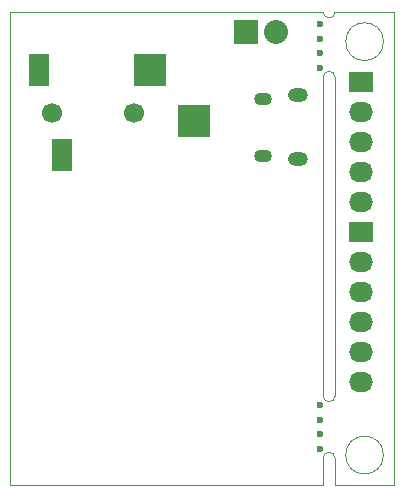
<source format=gbs>
G04 #@! TF.FileFunction,Soldermask,Bot*
%FSLAX46Y46*%
G04 Gerber Fmt 4.6, Leading zero omitted, Abs format (unit mm)*
G04 Created by KiCad (PCBNEW 4.0.2-stable) date 05/06/2016 01:14:18*
%MOMM*%
G01*
G04 APERTURE LIST*
%ADD10C,0.100000*%
%ADD11R,1.800000X2.800000*%
%ADD12R,2.800000X2.800000*%
%ADD13C,1.700000*%
%ADD14C,0.600000*%
%ADD15O,1.500000X1.100000*%
%ADD16O,1.700000X1.200000*%
%ADD17R,2.032000X1.727200*%
%ADD18O,2.032000X1.727200*%
%ADD19R,2.032000X2.032000*%
%ADD20O,2.032000X2.032000*%
G04 APERTURE END LIST*
D10*
X137000000Y-50500000D02*
G75*
G03X137500000Y-50000000I0J500000D01*
G01*
X136500000Y-50000000D02*
G75*
G03X137000000Y-50500000I500000J0D01*
G01*
X136500000Y-57750000D02*
X136500000Y-55500000D01*
X137500000Y-55500000D02*
X137500000Y-57750000D01*
X137500000Y-55500000D02*
G75*
G03X137000000Y-55000000I-500000J0D01*
G01*
X137000000Y-55000000D02*
G75*
G03X136500000Y-55500000I0J-500000D01*
G01*
X137500000Y-65750000D02*
X137500000Y-70500000D01*
X136500000Y-58500000D02*
X136500000Y-63250000D01*
X136500000Y-75500000D02*
X136500000Y-70750000D01*
X137500000Y-70750000D02*
X137500000Y-75500000D01*
X136500000Y-87750000D02*
X136500000Y-90000000D01*
X137500000Y-90000000D02*
X137500000Y-87750000D01*
X137500000Y-57750000D02*
X137500000Y-65750000D01*
X137500000Y-70500000D02*
X137500000Y-70750000D01*
X136500000Y-63500000D02*
X136500000Y-70750000D01*
X136500000Y-63500000D02*
X136500000Y-63250000D01*
X141600000Y-87500000D02*
G75*
G03X141600000Y-87500000I-1600000J0D01*
G01*
X141600000Y-52500000D02*
G75*
G03X141600000Y-52500000I-1600000J0D01*
G01*
X136500000Y-58500000D02*
X136500000Y-57750000D01*
X142500000Y-90000000D02*
X140000000Y-90000000D01*
X142500000Y-50000000D02*
X139000000Y-50000000D01*
X142500000Y-90000000D02*
X142500000Y-50000000D01*
X139000000Y-50000000D02*
X137500000Y-50000000D01*
X136500000Y-50000000D02*
X110000000Y-50000000D01*
X136500000Y-82500000D02*
X136500000Y-75500000D01*
X137500000Y-75500000D02*
X137500000Y-82500000D01*
X137000000Y-83000000D02*
G75*
G03X137500000Y-82500000I0J500000D01*
G01*
X136500000Y-82500000D02*
G75*
G03X137000000Y-83000000I500000J0D01*
G01*
X137500000Y-87750000D02*
G75*
G03X137000000Y-87250000I-500000J0D01*
G01*
X137000000Y-87250000D02*
G75*
G03X136500000Y-87750000I0J-500000D01*
G01*
X137500000Y-90000000D02*
X139000000Y-90000000D01*
X136500000Y-90000000D02*
X110000000Y-90000000D01*
X140000000Y-90000000D02*
X139000000Y-90000000D01*
X110000000Y-50000000D02*
X110000000Y-90000000D01*
D11*
X112400000Y-54900000D03*
X114400000Y-62100000D03*
D12*
X121800000Y-54900000D03*
X125600000Y-59250000D03*
D13*
X113500000Y-58500000D03*
X120500000Y-58500000D03*
D14*
X136250000Y-53500000D03*
X136250000Y-54750000D03*
X136250000Y-52250000D03*
X136250000Y-51000000D03*
X136250000Y-85750000D03*
X136250000Y-87000000D03*
X136250000Y-84500000D03*
X136250000Y-83250000D03*
D15*
X131375000Y-62175000D03*
X131375000Y-57325000D03*
D16*
X134375000Y-62475000D03*
X134375000Y-57025000D03*
D17*
X139700000Y-68580000D03*
D18*
X139700000Y-71120000D03*
X139700000Y-73660000D03*
X139700000Y-76200000D03*
X139700000Y-78740000D03*
X139700000Y-81280000D03*
D19*
X130000000Y-51700000D03*
D20*
X132540000Y-51700000D03*
D17*
X139700000Y-55880000D03*
D18*
X139700000Y-58420000D03*
X139700000Y-60960000D03*
X139700000Y-63500000D03*
X139700000Y-66040000D03*
X139700000Y-68580000D03*
M02*

</source>
